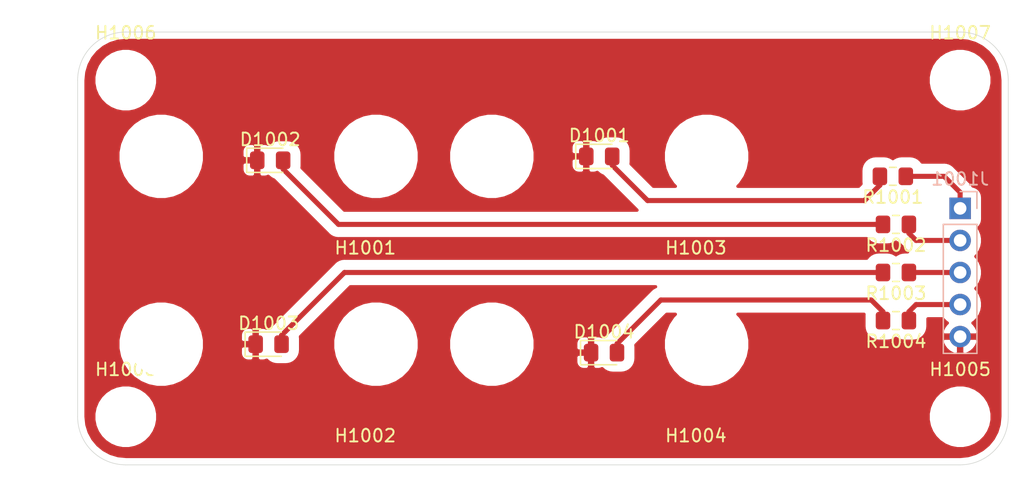
<source format=kicad_pcb>
(kicad_pcb (version 20171130) (host pcbnew 5.1.5+dfsg1-2build2)

  (general
    (thickness 1.6)
    (drawings 8)
    (tracks 27)
    (zones 0)
    (modules 17)
    (nets 10)
  )

  (page A4)
  (title_block
    (title "TOSLink Launcher Test Board")
    (date 2021-10-18)
    (rev 0.1)
    (company "Josh Myer <josh@joshisanerd.com>")
    (comment 1 "Released under a CC0 license")
  )

  (layers
    (0 F.Cu signal)
    (31 B.Cu signal hide)
    (32 B.Adhes user hide)
    (33 F.Adhes user hide)
    (34 B.Paste user hide)
    (35 F.Paste user)
    (36 B.SilkS user hide)
    (37 F.SilkS user)
    (38 B.Mask user hide)
    (39 F.Mask user)
    (40 Dwgs.User user hide)
    (41 Cmts.User user hide)
    (42 Eco1.User user hide)
    (43 Eco2.User user hide)
    (44 Edge.Cuts user)
    (45 Margin user hide)
    (46 B.CrtYd user hide)
    (47 F.CrtYd user hide)
    (48 B.Fab user hide)
    (49 F.Fab user hide)
  )

  (setup
    (last_trace_width 0.4)
    (trace_clearance 0.8)
    (zone_clearance 0.508)
    (zone_45_only no)
    (trace_min 0.2)
    (via_size 0.8)
    (via_drill 0.4)
    (via_min_size 0.4)
    (via_min_drill 0.3)
    (uvia_size 0.3)
    (uvia_drill 0.1)
    (uvias_allowed no)
    (uvia_min_size 0.2)
    (uvia_min_drill 0.1)
    (edge_width 0.05)
    (segment_width 0.2)
    (pcb_text_width 0.3)
    (pcb_text_size 1.5 1.5)
    (mod_edge_width 0.12)
    (mod_text_size 1 1)
    (mod_text_width 0.15)
    (pad_size 1.524 1.524)
    (pad_drill 0.762)
    (pad_to_mask_clearance 0.051)
    (solder_mask_min_width 0.25)
    (aux_axis_origin 0 0)
    (visible_elements FFFFFF7F)
    (pcbplotparams
      (layerselection 0x01000_7fffffff)
      (usegerberextensions false)
      (usegerberattributes false)
      (usegerberadvancedattributes false)
      (creategerberjobfile false)
      (excludeedgelayer true)
      (linewidth 0.100000)
      (plotframeref false)
      (viasonmask false)
      (mode 1)
      (useauxorigin false)
      (hpglpennumber 1)
      (hpglpenspeed 20)
      (hpglpendiameter 15.000000)
      (psnegative false)
      (psa4output false)
      (plotreference true)
      (plotvalue true)
      (plotinvisibletext false)
      (padsonsilk false)
      (subtractmaskfromsilk false)
      (outputformat 1)
      (mirror false)
      (drillshape 0)
      (scaleselection 1)
      (outputdirectory "fab0/"))
  )

  (net 0 "")
  (net 1 "Net-(D1001-Pad2)")
  (net 2 "Net-(D1002-Pad2)")
  (net 3 "Net-(D1003-Pad2)")
  (net 4 "Net-(D1004-Pad2)")
  (net 5 GND)
  (net 6 "Net-(J1001-Pad1)")
  (net 7 "Net-(J1001-Pad2)")
  (net 8 "Net-(J1001-Pad3)")
  (net 9 "Net-(J1001-Pad4)")

  (net_class Default "This is the default net class."
    (clearance 0.8)
    (trace_width 0.4)
    (via_dia 0.8)
    (via_drill 0.4)
    (uvia_dia 0.3)
    (uvia_drill 0.1)
    (add_net GND)
    (add_net "Net-(D1001-Pad2)")
    (add_net "Net-(D1002-Pad2)")
    (add_net "Net-(D1003-Pad2)")
    (add_net "Net-(D1004-Pad2)")
    (add_net "Net-(J1001-Pad1)")
    (add_net "Net-(J1001-Pad2)")
    (add_net "Net-(J1001-Pad3)")
    (add_net "Net-(J1001-Pad4)")
  )

  (module Connector_PinHeader_2.54mm:PinHeader_1x05_P2.54mm_Vertical (layer B.Cu) (tedit 59FED5CC) (tstamp 616E5563)
    (at 171.45 86.36 180)
    (descr "Through hole straight pin header, 1x05, 2.54mm pitch, single row")
    (tags "Through hole pin header THT 1x05 2.54mm single row")
    (path /616E3CE4)
    (fp_text reference J1001 (at 0 2.33) (layer B.SilkS)
      (effects (font (size 1 1) (thickness 0.15)) (justify mirror))
    )
    (fp_text value Conn_01x05 (at 0 -12.49) (layer B.Fab)
      (effects (font (size 1 1) (thickness 0.15)) (justify mirror))
    )
    (fp_text user %R (at 0 -5.08 270) (layer B.Fab)
      (effects (font (size 1 1) (thickness 0.15)) (justify mirror))
    )
    (fp_line (start 1.8 1.8) (end -1.8 1.8) (layer B.CrtYd) (width 0.05))
    (fp_line (start 1.8 -11.95) (end 1.8 1.8) (layer B.CrtYd) (width 0.05))
    (fp_line (start -1.8 -11.95) (end 1.8 -11.95) (layer B.CrtYd) (width 0.05))
    (fp_line (start -1.8 1.8) (end -1.8 -11.95) (layer B.CrtYd) (width 0.05))
    (fp_line (start -1.33 1.33) (end 0 1.33) (layer B.SilkS) (width 0.12))
    (fp_line (start -1.33 0) (end -1.33 1.33) (layer B.SilkS) (width 0.12))
    (fp_line (start -1.33 -1.27) (end 1.33 -1.27) (layer B.SilkS) (width 0.12))
    (fp_line (start 1.33 -1.27) (end 1.33 -11.49) (layer B.SilkS) (width 0.12))
    (fp_line (start -1.33 -1.27) (end -1.33 -11.49) (layer B.SilkS) (width 0.12))
    (fp_line (start -1.33 -11.49) (end 1.33 -11.49) (layer B.SilkS) (width 0.12))
    (fp_line (start -1.27 0.635) (end -0.635 1.27) (layer B.Fab) (width 0.1))
    (fp_line (start -1.27 -11.43) (end -1.27 0.635) (layer B.Fab) (width 0.1))
    (fp_line (start 1.27 -11.43) (end -1.27 -11.43) (layer B.Fab) (width 0.1))
    (fp_line (start 1.27 1.27) (end 1.27 -11.43) (layer B.Fab) (width 0.1))
    (fp_line (start -0.635 1.27) (end 1.27 1.27) (layer B.Fab) (width 0.1))
    (pad 5 thru_hole oval (at 0 -10.16 180) (size 1.7 1.7) (drill 1) (layers *.Cu *.Mask)
      (net 5 GND))
    (pad 4 thru_hole oval (at 0 -7.62 180) (size 1.7 1.7) (drill 1) (layers *.Cu *.Mask)
      (net 9 "Net-(J1001-Pad4)"))
    (pad 3 thru_hole oval (at 0 -5.08 180) (size 1.7 1.7) (drill 1) (layers *.Cu *.Mask)
      (net 8 "Net-(J1001-Pad3)"))
    (pad 2 thru_hole oval (at 0 -2.54 180) (size 1.7 1.7) (drill 1) (layers *.Cu *.Mask)
      (net 7 "Net-(J1001-Pad2)"))
    (pad 1 thru_hole rect (at 0 0 180) (size 1.7 1.7) (drill 1) (layers *.Cu *.Mask)
      (net 6 "Net-(J1001-Pad1)"))
    (model ${KISYS3DMOD}/Connector_PinHeader_2.54mm.3dshapes/PinHeader_1x05_P2.54mm_Vertical.wrl
      (at (xyz 0 0 0))
      (scale (xyz 1 1 1))
      (rotate (xyz 0 0 0))
    )
  )

  (module LED_SMD:LED_0805_2012Metric_Pad1.15x1.40mm_HandSolder (layer F.Cu) (tedit 5B4B45C9) (tstamp 616E52BA)
    (at 142.885001 82.240001)
    (descr "LED SMD 0805 (2012 Metric), square (rectangular) end terminal, IPC_7351 nominal, (Body size source: https://docs.google.com/spreadsheets/d/1BsfQQcO9C6DZCsRaXUlFlo91Tg2WpOkGARC1WS5S8t0/edit?usp=sharing), generated with kicad-footprint-generator")
    (tags "LED handsolder")
    (path /616DF30D)
    (attr smd)
    (fp_text reference D1001 (at 0 -1.65) (layer F.SilkS)
      (effects (font (size 1 1) (thickness 0.15)))
    )
    (fp_text value LED (at 0 1.65) (layer F.Fab)
      (effects (font (size 1 1) (thickness 0.15)))
    )
    (fp_text user %R (at 0 0) (layer F.Fab)
      (effects (font (size 0.5 0.5) (thickness 0.08)))
    )
    (fp_line (start 1.85 0.95) (end -1.85 0.95) (layer F.CrtYd) (width 0.05))
    (fp_line (start 1.85 -0.95) (end 1.85 0.95) (layer F.CrtYd) (width 0.05))
    (fp_line (start -1.85 -0.95) (end 1.85 -0.95) (layer F.CrtYd) (width 0.05))
    (fp_line (start -1.85 0.95) (end -1.85 -0.95) (layer F.CrtYd) (width 0.05))
    (fp_line (start -1.86 0.96) (end 1 0.96) (layer F.SilkS) (width 0.12))
    (fp_line (start -1.86 -0.96) (end -1.86 0.96) (layer F.SilkS) (width 0.12))
    (fp_line (start 1 -0.96) (end -1.86 -0.96) (layer F.SilkS) (width 0.12))
    (fp_line (start 1 0.6) (end 1 -0.6) (layer F.Fab) (width 0.1))
    (fp_line (start -1 0.6) (end 1 0.6) (layer F.Fab) (width 0.1))
    (fp_line (start -1 -0.3) (end -1 0.6) (layer F.Fab) (width 0.1))
    (fp_line (start -0.7 -0.6) (end -1 -0.3) (layer F.Fab) (width 0.1))
    (fp_line (start 1 -0.6) (end -0.7 -0.6) (layer F.Fab) (width 0.1))
    (pad 2 smd roundrect (at 1.025 0) (size 1.15 1.4) (layers F.Cu F.Paste F.Mask) (roundrect_rratio 0.217391)
      (net 1 "Net-(D1001-Pad2)"))
    (pad 1 smd roundrect (at -1.025 0) (size 1.15 1.4) (layers F.Cu F.Paste F.Mask) (roundrect_rratio 0.217391)
      (net 5 GND))
    (model ${KISYS3DMOD}/LED_SMD.3dshapes/LED_0805_2012Metric.wrl
      (at (xyz 0 0 0))
      (scale (xyz 1 1 1))
      (rotate (xyz 0 0 0))
    )
  )

  (module LED_SMD:LED_0805_2012Metric_Pad1.15x1.40mm_HandSolder (layer F.Cu) (tedit 5B4B45C9) (tstamp 616E543B)
    (at 116.84 82.55)
    (descr "LED SMD 0805 (2012 Metric), square (rectangular) end terminal, IPC_7351 nominal, (Body size source: https://docs.google.com/spreadsheets/d/1BsfQQcO9C6DZCsRaXUlFlo91Tg2WpOkGARC1WS5S8t0/edit?usp=sharing), generated with kicad-footprint-generator")
    (tags "LED handsolder")
    (path /616E02C0)
    (attr smd)
    (fp_text reference D1002 (at 0 -1.65) (layer F.SilkS)
      (effects (font (size 1 1) (thickness 0.15)))
    )
    (fp_text value LED (at 0 1.65) (layer F.Fab)
      (effects (font (size 1 1) (thickness 0.15)))
    )
    (fp_text user %R (at 0 0) (layer F.Fab)
      (effects (font (size 0.5 0.5) (thickness 0.08)))
    )
    (fp_line (start 1.85 0.95) (end -1.85 0.95) (layer F.CrtYd) (width 0.05))
    (fp_line (start 1.85 -0.95) (end 1.85 0.95) (layer F.CrtYd) (width 0.05))
    (fp_line (start -1.85 -0.95) (end 1.85 -0.95) (layer F.CrtYd) (width 0.05))
    (fp_line (start -1.85 0.95) (end -1.85 -0.95) (layer F.CrtYd) (width 0.05))
    (fp_line (start -1.86 0.96) (end 1 0.96) (layer F.SilkS) (width 0.12))
    (fp_line (start -1.86 -0.96) (end -1.86 0.96) (layer F.SilkS) (width 0.12))
    (fp_line (start 1 -0.96) (end -1.86 -0.96) (layer F.SilkS) (width 0.12))
    (fp_line (start 1 0.6) (end 1 -0.6) (layer F.Fab) (width 0.1))
    (fp_line (start -1 0.6) (end 1 0.6) (layer F.Fab) (width 0.1))
    (fp_line (start -1 -0.3) (end -1 0.6) (layer F.Fab) (width 0.1))
    (fp_line (start -0.7 -0.6) (end -1 -0.3) (layer F.Fab) (width 0.1))
    (fp_line (start 1 -0.6) (end -0.7 -0.6) (layer F.Fab) (width 0.1))
    (pad 2 smd roundrect (at 1.025 0) (size 1.15 1.4) (layers F.Cu F.Paste F.Mask) (roundrect_rratio 0.217391)
      (net 2 "Net-(D1002-Pad2)"))
    (pad 1 smd roundrect (at -1.025 0) (size 1.15 1.4) (layers F.Cu F.Paste F.Mask) (roundrect_rratio 0.217391)
      (net 5 GND))
    (model ${KISYS3DMOD}/LED_SMD.3dshapes/LED_0805_2012Metric.wrl
      (at (xyz 0 0 0))
      (scale (xyz 1 1 1))
      (rotate (xyz 0 0 0))
    )
  )

  (module LED_SMD:LED_0805_2012Metric_Pad1.15x1.40mm_HandSolder (layer F.Cu) (tedit 5B4B45C9) (tstamp 616E4EDF)
    (at 116.715001 97.120001)
    (descr "LED SMD 0805 (2012 Metric), square (rectangular) end terminal, IPC_7351 nominal, (Body size source: https://docs.google.com/spreadsheets/d/1BsfQQcO9C6DZCsRaXUlFlo91Tg2WpOkGARC1WS5S8t0/edit?usp=sharing), generated with kicad-footprint-generator")
    (tags "LED handsolder")
    (path /616E0E12)
    (attr smd)
    (fp_text reference D1003 (at 0 -1.65) (layer F.SilkS)
      (effects (font (size 1 1) (thickness 0.15)))
    )
    (fp_text value LED (at 0 1.65) (layer F.Fab)
      (effects (font (size 1 1) (thickness 0.15)))
    )
    (fp_text user %R (at 0 0) (layer F.Fab)
      (effects (font (size 0.5 0.5) (thickness 0.08)))
    )
    (fp_line (start 1.85 0.95) (end -1.85 0.95) (layer F.CrtYd) (width 0.05))
    (fp_line (start 1.85 -0.95) (end 1.85 0.95) (layer F.CrtYd) (width 0.05))
    (fp_line (start -1.85 -0.95) (end 1.85 -0.95) (layer F.CrtYd) (width 0.05))
    (fp_line (start -1.85 0.95) (end -1.85 -0.95) (layer F.CrtYd) (width 0.05))
    (fp_line (start -1.86 0.96) (end 1 0.96) (layer F.SilkS) (width 0.12))
    (fp_line (start -1.86 -0.96) (end -1.86 0.96) (layer F.SilkS) (width 0.12))
    (fp_line (start 1 -0.96) (end -1.86 -0.96) (layer F.SilkS) (width 0.12))
    (fp_line (start 1 0.6) (end 1 -0.6) (layer F.Fab) (width 0.1))
    (fp_line (start -1 0.6) (end 1 0.6) (layer F.Fab) (width 0.1))
    (fp_line (start -1 -0.3) (end -1 0.6) (layer F.Fab) (width 0.1))
    (fp_line (start -0.7 -0.6) (end -1 -0.3) (layer F.Fab) (width 0.1))
    (fp_line (start 1 -0.6) (end -0.7 -0.6) (layer F.Fab) (width 0.1))
    (pad 2 smd roundrect (at 1.025 0) (size 1.15 1.4) (layers F.Cu F.Paste F.Mask) (roundrect_rratio 0.217391)
      (net 3 "Net-(D1003-Pad2)"))
    (pad 1 smd roundrect (at -1.025 0) (size 1.15 1.4) (layers F.Cu F.Paste F.Mask) (roundrect_rratio 0.217391)
      (net 5 GND))
    (model ${KISYS3DMOD}/LED_SMD.3dshapes/LED_0805_2012Metric.wrl
      (at (xyz 0 0 0))
      (scale (xyz 1 1 1))
      (rotate (xyz 0 0 0))
    )
  )

  (module LED_SMD:LED_0805_2012Metric_Pad1.15x1.40mm_HandSolder (layer F.Cu) (tedit 5B4B45C9) (tstamp 616E5396)
    (at 143.265 97.79)
    (descr "LED SMD 0805 (2012 Metric), square (rectangular) end terminal, IPC_7351 nominal, (Body size source: https://docs.google.com/spreadsheets/d/1BsfQQcO9C6DZCsRaXUlFlo91Tg2WpOkGARC1WS5S8t0/edit?usp=sharing), generated with kicad-footprint-generator")
    (tags "LED handsolder")
    (path /616E1CE5)
    (attr smd)
    (fp_text reference D1004 (at 0 -1.65) (layer F.SilkS)
      (effects (font (size 1 1) (thickness 0.15)))
    )
    (fp_text value LED (at 0 1.65) (layer F.Fab)
      (effects (font (size 1 1) (thickness 0.15)))
    )
    (fp_text user %R (at 0 0) (layer F.Fab)
      (effects (font (size 0.5 0.5) (thickness 0.08)))
    )
    (fp_line (start 1.85 0.95) (end -1.85 0.95) (layer F.CrtYd) (width 0.05))
    (fp_line (start 1.85 -0.95) (end 1.85 0.95) (layer F.CrtYd) (width 0.05))
    (fp_line (start -1.85 -0.95) (end 1.85 -0.95) (layer F.CrtYd) (width 0.05))
    (fp_line (start -1.85 0.95) (end -1.85 -0.95) (layer F.CrtYd) (width 0.05))
    (fp_line (start -1.86 0.96) (end 1 0.96) (layer F.SilkS) (width 0.12))
    (fp_line (start -1.86 -0.96) (end -1.86 0.96) (layer F.SilkS) (width 0.12))
    (fp_line (start 1 -0.96) (end -1.86 -0.96) (layer F.SilkS) (width 0.12))
    (fp_line (start 1 0.6) (end 1 -0.6) (layer F.Fab) (width 0.1))
    (fp_line (start -1 0.6) (end 1 0.6) (layer F.Fab) (width 0.1))
    (fp_line (start -1 -0.3) (end -1 0.6) (layer F.Fab) (width 0.1))
    (fp_line (start -0.7 -0.6) (end -1 -0.3) (layer F.Fab) (width 0.1))
    (fp_line (start 1 -0.6) (end -0.7 -0.6) (layer F.Fab) (width 0.1))
    (pad 2 smd roundrect (at 1.025 0) (size 1.15 1.4) (layers F.Cu F.Paste F.Mask) (roundrect_rratio 0.217391)
      (net 4 "Net-(D1004-Pad2)"))
    (pad 1 smd roundrect (at -1.025 0) (size 1.15 1.4) (layers F.Cu F.Paste F.Mask) (roundrect_rratio 0.217391)
      (net 5 GND))
    (model ${KISYS3DMOD}/LED_SMD.3dshapes/LED_0805_2012Metric.wrl
      (at (xyz 0 0 0))
      (scale (xyz 1 1 1))
      (rotate (xyz 0 0 0))
    )
  )

  (module toslink_launcher:toslink_launcher (layer F.Cu) (tedit 616E2E97) (tstamp 616E4F07)
    (at 116.715001 82.240001)
    (descr "A small jack for TOSLINK cables that can be put over any SMD LED.  FreeCAD model available online.")
    (path /616E5869)
    (fp_text reference H1001 (at 7.65 7.25) (layer F.SilkS)
      (effects (font (size 1 1) (thickness 0.15)))
    )
    (fp_text value toslink_launcher (at -7.65 7.5) (layer F.Fab)
      (effects (font (size 1 1) (thickness 0.15)))
    )
    (fp_line (start 0.9 -2.45) (end 0.5 -1.6) (layer Cmts.User) (width 0.12))
    (fp_line (start 0.5 -2.6) (end 0.9 -2.45) (layer Cmts.User) (width 0.12))
    (fp_line (start 0.5 -1.6) (end 0.5 -2.6) (layer Cmts.User) (width 0.12))
    (fp_line (start 1.55 -7.25) (end 0.5 -1.6) (layer Cmts.User) (width 0.12))
    (fp_text user "LED center must be in this circle" (at 3.45 -8.5) (layer Cmts.User)
      (effects (font (size 1 1) (thickness 0.15)))
    )
    (fp_text user "This is the full range of the default launcher settings" (at -0.35 9.95) (layer Cmts.User)
      (effects (font (size 1 1) (thickness 0.15)))
    )
    (fp_line (start 9.3 -4) (end 0.6 -6.55) (layer Dwgs.User) (width 0.12))
    (fp_line (start 2.35 6.15) (end 10 3.75) (layer Dwgs.User) (width 0.12))
    (fp_line (start -9.7 3.75) (end -1.2 6.4) (layer Dwgs.User) (width 0.12))
    (fp_poly (pts (xy 8.2 -4) (xy 9.75 -3.9) (xy 11.65 -2.45) (xy 12.55 -0.2)
      (xy 11.75 2.5) (xy 9.9 3.75) (xy 3.7 5.3) (xy 2.25 6.1)
      (xy -0.15 6.5) (xy -1.7 6.3) (xy -8.7 4) (xy -9.7 3.9)
      (xy -11.3 2.85) (xy -12.4 0.95) (xy -12.35 -1.4) (xy -11.25 -2.95)
      (xy -9.55 -3.95) (xy -0.3 -6.5) (xy -0.25 -1.4) (xy -1 -1.3)
      (xy -1.85 -2.95) (xy -3.25 -1.3) (xy -3.25 1.65) (xy -1.15 3.3)
      (xy 1.55 3.2) (xy 2.9 1.6) (xy 2.95 -0.95) (xy 1.7 -2.95)
      (xy 0.25 -3.6) (xy 0.3 -6.55)) (layer F.CrtYd) (width 0.1))
    (fp_circle (center 0 0) (end 1 0) (layer Cmts.User) (width 0.15))
    (fp_line (start -9.15 -4) (end -1.75 -6.3) (layer Dwgs.User) (width 0.15))
    (fp_circle (center -8.5 0) (end -4.5 0) (layer Dwgs.User) (width 0.15))
    (fp_circle (center 8.5 0) (end 12.5 0) (layer Dwgs.User) (width 0.15))
    (fp_circle (center 0 0) (end 6.5 0) (layer Dwgs.User) (width 0.15))
    (pad "" np_thru_hole circle (at -8.5 0) (size 5 5) (drill 5) (layers *.Cu *.Mask))
    (pad "" np_thru_hole circle (at 8.5 0) (size 5 5) (drill 5) (layers *.Cu *.Mask))
    (model ${KIPRJMOD}/toslink_launcher.stp
      (at (xyz 0 0 0))
      (scale (xyz 1 1 1))
      (rotate (xyz 0 0 0))
    )
  )

  (module toslink_launcher:toslink_launcher (layer F.Cu) (tedit 616E2E97) (tstamp 616E4F1C)
    (at 116.715001 97.120001)
    (descr "A small jack for TOSLINK cables that can be put over any SMD LED.  FreeCAD model available online.")
    (path /616E5CA7)
    (fp_text reference H1002 (at 7.65 7.25) (layer F.SilkS)
      (effects (font (size 1 1) (thickness 0.15)))
    )
    (fp_text value toslink_launcher (at -7.65 7.5) (layer F.Fab)
      (effects (font (size 1 1) (thickness 0.15)))
    )
    (fp_line (start 0.9 -2.45) (end 0.5 -1.6) (layer Cmts.User) (width 0.12))
    (fp_line (start 0.5 -2.6) (end 0.9 -2.45) (layer Cmts.User) (width 0.12))
    (fp_line (start 0.5 -1.6) (end 0.5 -2.6) (layer Cmts.User) (width 0.12))
    (fp_line (start 1.55 -7.25) (end 0.5 -1.6) (layer Cmts.User) (width 0.12))
    (fp_text user "LED center must be in this circle" (at 3.45 -8.5) (layer Cmts.User)
      (effects (font (size 1 1) (thickness 0.15)))
    )
    (fp_text user "This is the full range of the default launcher settings" (at -0.35 9.95) (layer Cmts.User)
      (effects (font (size 1 1) (thickness 0.15)))
    )
    (fp_line (start 9.3 -4) (end 0.6 -6.55) (layer Dwgs.User) (width 0.12))
    (fp_line (start 2.35 6.15) (end 10 3.75) (layer Dwgs.User) (width 0.12))
    (fp_line (start -9.7 3.75) (end -1.2 6.4) (layer Dwgs.User) (width 0.12))
    (fp_poly (pts (xy 8.2 -4) (xy 9.75 -3.9) (xy 11.65 -2.45) (xy 12.55 -0.2)
      (xy 11.75 2.5) (xy 9.9 3.75) (xy 3.7 5.3) (xy 2.25 6.1)
      (xy -0.15 6.5) (xy -1.7 6.3) (xy -8.7 4) (xy -9.7 3.9)
      (xy -11.3 2.85) (xy -12.4 0.95) (xy -12.35 -1.4) (xy -11.25 -2.95)
      (xy -9.55 -3.95) (xy -0.3 -6.5) (xy -0.25 -1.4) (xy -1 -1.3)
      (xy -1.85 -2.95) (xy -3.25 -1.3) (xy -3.25 1.65) (xy -1.15 3.3)
      (xy 1.55 3.2) (xy 2.9 1.6) (xy 2.95 -0.95) (xy 1.7 -2.95)
      (xy 0.25 -3.6) (xy 0.3 -6.55)) (layer F.CrtYd) (width 0.1))
    (fp_circle (center 0 0) (end 1 0) (layer Cmts.User) (width 0.15))
    (fp_line (start -9.15 -4) (end -1.75 -6.3) (layer Dwgs.User) (width 0.15))
    (fp_circle (center -8.5 0) (end -4.5 0) (layer Dwgs.User) (width 0.15))
    (fp_circle (center 8.5 0) (end 12.5 0) (layer Dwgs.User) (width 0.15))
    (fp_circle (center 0 0) (end 6.5 0) (layer Dwgs.User) (width 0.15))
    (pad "" np_thru_hole circle (at -8.5 0) (size 5 5) (drill 5) (layers *.Cu *.Mask))
    (pad "" np_thru_hole circle (at 8.5 0) (size 5 5) (drill 5) (layers *.Cu *.Mask))
    (model ${KIPRJMOD}/toslink_launcher.stp
      (at (xyz 0 0 0))
      (scale (xyz 1 1 1))
      (rotate (xyz 0 0 0))
    )
  )

  (module toslink_launcher:toslink_launcher (layer F.Cu) (tedit 616E2E97) (tstamp 616E4F31)
    (at 142.885001 82.240001)
    (descr "A small jack for TOSLINK cables that can be put over any SMD LED.  FreeCAD model available online.")
    (path /616E606F)
    (fp_text reference H1003 (at 7.65 7.25) (layer F.SilkS)
      (effects (font (size 1 1) (thickness 0.15)))
    )
    (fp_text value toslink_launcher (at -7.65 7.5) (layer F.Fab)
      (effects (font (size 1 1) (thickness 0.15)))
    )
    (fp_line (start 0.9 -2.45) (end 0.5 -1.6) (layer Cmts.User) (width 0.12))
    (fp_line (start 0.5 -2.6) (end 0.9 -2.45) (layer Cmts.User) (width 0.12))
    (fp_line (start 0.5 -1.6) (end 0.5 -2.6) (layer Cmts.User) (width 0.12))
    (fp_line (start 1.55 -7.25) (end 0.5 -1.6) (layer Cmts.User) (width 0.12))
    (fp_text user "LED center must be in this circle" (at 3.45 -8.5) (layer Cmts.User)
      (effects (font (size 1 1) (thickness 0.15)))
    )
    (fp_text user "This is the full range of the default launcher settings" (at -0.35 9.95) (layer Cmts.User)
      (effects (font (size 1 1) (thickness 0.15)))
    )
    (fp_line (start 9.3 -4) (end 0.6 -6.55) (layer Dwgs.User) (width 0.12))
    (fp_line (start 2.35 6.15) (end 10 3.75) (layer Dwgs.User) (width 0.12))
    (fp_line (start -9.7 3.75) (end -1.2 6.4) (layer Dwgs.User) (width 0.12))
    (fp_poly (pts (xy 8.2 -4) (xy 9.75 -3.9) (xy 11.65 -2.45) (xy 12.55 -0.2)
      (xy 11.75 2.5) (xy 9.9 3.75) (xy 3.7 5.3) (xy 2.25 6.1)
      (xy -0.15 6.5) (xy -1.7 6.3) (xy -8.7 4) (xy -9.7 3.9)
      (xy -11.3 2.85) (xy -12.4 0.95) (xy -12.35 -1.4) (xy -11.25 -2.95)
      (xy -9.55 -3.95) (xy -0.3 -6.5) (xy -0.25 -1.4) (xy -1 -1.3)
      (xy -1.85 -2.95) (xy -3.25 -1.3) (xy -3.25 1.65) (xy -1.15 3.3)
      (xy 1.55 3.2) (xy 2.9 1.6) (xy 2.95 -0.95) (xy 1.7 -2.95)
      (xy 0.25 -3.6) (xy 0.3 -6.55)) (layer F.CrtYd) (width 0.1))
    (fp_circle (center 0 0) (end 1 0) (layer Cmts.User) (width 0.15))
    (fp_line (start -9.15 -4) (end -1.75 -6.3) (layer Dwgs.User) (width 0.15))
    (fp_circle (center -8.5 0) (end -4.5 0) (layer Dwgs.User) (width 0.15))
    (fp_circle (center 8.5 0) (end 12.5 0) (layer Dwgs.User) (width 0.15))
    (fp_circle (center 0 0) (end 6.5 0) (layer Dwgs.User) (width 0.15))
    (pad "" np_thru_hole circle (at -8.5 0) (size 5 5) (drill 5) (layers *.Cu *.Mask))
    (pad "" np_thru_hole circle (at 8.5 0) (size 5 5) (drill 5) (layers *.Cu *.Mask))
    (model ${KIPRJMOD}/toslink_launcher.stp
      (at (xyz 0 0 0))
      (scale (xyz 1 1 1))
      (rotate (xyz 0 0 0))
    )
  )

  (module toslink_launcher:toslink_launcher (layer F.Cu) (tedit 616E2E97) (tstamp 616E4F46)
    (at 142.885001 97.120001)
    (descr "A small jack for TOSLINK cables that can be put over any SMD LED.  FreeCAD model available online.")
    (path /616E62DB)
    (fp_text reference H1004 (at 7.65 7.25) (layer F.SilkS)
      (effects (font (size 1 1) (thickness 0.15)))
    )
    (fp_text value toslink_launcher (at -7.65 7.5) (layer F.Fab)
      (effects (font (size 1 1) (thickness 0.15)))
    )
    (fp_line (start 0.9 -2.45) (end 0.5 -1.6) (layer Cmts.User) (width 0.12))
    (fp_line (start 0.5 -2.6) (end 0.9 -2.45) (layer Cmts.User) (width 0.12))
    (fp_line (start 0.5 -1.6) (end 0.5 -2.6) (layer Cmts.User) (width 0.12))
    (fp_line (start 1.55 -7.25) (end 0.5 -1.6) (layer Cmts.User) (width 0.12))
    (fp_text user "LED center must be in this circle" (at 3.45 -8.5) (layer Cmts.User)
      (effects (font (size 1 1) (thickness 0.15)))
    )
    (fp_text user "This is the full range of the default launcher settings" (at -0.35 9.95) (layer Cmts.User)
      (effects (font (size 1 1) (thickness 0.15)))
    )
    (fp_line (start 9.3 -4) (end 0.6 -6.55) (layer Dwgs.User) (width 0.12))
    (fp_line (start 2.35 6.15) (end 10 3.75) (layer Dwgs.User) (width 0.12))
    (fp_line (start -9.7 3.75) (end -1.2 6.4) (layer Dwgs.User) (width 0.12))
    (fp_poly (pts (xy 8.2 -4) (xy 9.75 -3.9) (xy 11.65 -2.45) (xy 12.55 -0.2)
      (xy 11.75 2.5) (xy 9.9 3.75) (xy 3.7 5.3) (xy 2.25 6.1)
      (xy -0.15 6.5) (xy -1.7 6.3) (xy -8.7 4) (xy -9.7 3.9)
      (xy -11.3 2.85) (xy -12.4 0.95) (xy -12.35 -1.4) (xy -11.25 -2.95)
      (xy -9.55 -3.95) (xy -0.3 -6.5) (xy -0.25 -1.4) (xy -1 -1.3)
      (xy -1.85 -2.95) (xy -3.25 -1.3) (xy -3.25 1.65) (xy -1.15 3.3)
      (xy 1.55 3.2) (xy 2.9 1.6) (xy 2.95 -0.95) (xy 1.7 -2.95)
      (xy 0.25 -3.6) (xy 0.3 -6.55)) (layer F.CrtYd) (width 0.1))
    (fp_circle (center 0 0) (end 1 0) (layer Cmts.User) (width 0.15))
    (fp_line (start -9.15 -4) (end -1.75 -6.3) (layer Dwgs.User) (width 0.15))
    (fp_circle (center -8.5 0) (end -4.5 0) (layer Dwgs.User) (width 0.15))
    (fp_circle (center 8.5 0) (end 12.5 0) (layer Dwgs.User) (width 0.15))
    (fp_circle (center 0 0) (end 6.5 0) (layer Dwgs.User) (width 0.15))
    (pad "" np_thru_hole circle (at -8.5 0) (size 5 5) (drill 5) (layers *.Cu *.Mask))
    (pad "" np_thru_hole circle (at 8.5 0) (size 5 5) (drill 5) (layers *.Cu *.Mask))
    (model ${KIPRJMOD}/toslink_launcher.stp
      (at (xyz 0 0 0))
      (scale (xyz 1 1 1))
      (rotate (xyz 0 0 0))
    )
  )

  (module Resistor_SMD:R_0805_2012Metric_Pad1.15x1.40mm_HandSolder (layer F.Cu) (tedit 5B36C52B) (tstamp 616E4F6F)
    (at 166.125 83.82 180)
    (descr "Resistor SMD 0805 (2012 Metric), square (rectangular) end terminal, IPC_7351 nominal with elongated pad for handsoldering. (Body size source: https://docs.google.com/spreadsheets/d/1BsfQQcO9C6DZCsRaXUlFlo91Tg2WpOkGARC1WS5S8t0/edit?usp=sharing), generated with kicad-footprint-generator")
    (tags "resistor handsolder")
    (path /616DFA94)
    (attr smd)
    (fp_text reference R1001 (at 0 -1.65) (layer F.SilkS)
      (effects (font (size 1 1) (thickness 0.15)))
    )
    (fp_text value R_Small (at 0 1.65) (layer F.Fab)
      (effects (font (size 1 1) (thickness 0.15)))
    )
    (fp_text user %R (at 0 0) (layer F.Fab)
      (effects (font (size 0.5 0.5) (thickness 0.08)))
    )
    (fp_line (start 1.85 0.95) (end -1.85 0.95) (layer F.CrtYd) (width 0.05))
    (fp_line (start 1.85 -0.95) (end 1.85 0.95) (layer F.CrtYd) (width 0.05))
    (fp_line (start -1.85 -0.95) (end 1.85 -0.95) (layer F.CrtYd) (width 0.05))
    (fp_line (start -1.85 0.95) (end -1.85 -0.95) (layer F.CrtYd) (width 0.05))
    (fp_line (start -0.261252 0.71) (end 0.261252 0.71) (layer F.SilkS) (width 0.12))
    (fp_line (start -0.261252 -0.71) (end 0.261252 -0.71) (layer F.SilkS) (width 0.12))
    (fp_line (start 1 0.6) (end -1 0.6) (layer F.Fab) (width 0.1))
    (fp_line (start 1 -0.6) (end 1 0.6) (layer F.Fab) (width 0.1))
    (fp_line (start -1 -0.6) (end 1 -0.6) (layer F.Fab) (width 0.1))
    (fp_line (start -1 0.6) (end -1 -0.6) (layer F.Fab) (width 0.1))
    (pad 2 smd roundrect (at 1.025 0 180) (size 1.15 1.4) (layers F.Cu F.Paste F.Mask) (roundrect_rratio 0.217391)
      (net 1 "Net-(D1001-Pad2)"))
    (pad 1 smd roundrect (at -1.025 0 180) (size 1.15 1.4) (layers F.Cu F.Paste F.Mask) (roundrect_rratio 0.217391)
      (net 6 "Net-(J1001-Pad1)"))
    (model ${KISYS3DMOD}/Resistor_SMD.3dshapes/R_0805_2012Metric.wrl
      (at (xyz 0 0 0))
      (scale (xyz 1 1 1))
      (rotate (xyz 0 0 0))
    )
  )

  (module Resistor_SMD:R_0805_2012Metric_Pad1.15x1.40mm_HandSolder (layer F.Cu) (tedit 5B36C52B) (tstamp 616E4F80)
    (at 166.37 87.63 180)
    (descr "Resistor SMD 0805 (2012 Metric), square (rectangular) end terminal, IPC_7351 nominal with elongated pad for handsoldering. (Body size source: https://docs.google.com/spreadsheets/d/1BsfQQcO9C6DZCsRaXUlFlo91Tg2WpOkGARC1WS5S8t0/edit?usp=sharing), generated with kicad-footprint-generator")
    (tags "resistor handsolder")
    (path /616E02CA)
    (attr smd)
    (fp_text reference R1002 (at 0 -1.65) (layer F.SilkS)
      (effects (font (size 1 1) (thickness 0.15)))
    )
    (fp_text value R_Small (at 0 1.65) (layer F.Fab)
      (effects (font (size 1 1) (thickness 0.15)))
    )
    (fp_text user %R (at 0 0) (layer F.Fab)
      (effects (font (size 0.5 0.5) (thickness 0.08)))
    )
    (fp_line (start 1.85 0.95) (end -1.85 0.95) (layer F.CrtYd) (width 0.05))
    (fp_line (start 1.85 -0.95) (end 1.85 0.95) (layer F.CrtYd) (width 0.05))
    (fp_line (start -1.85 -0.95) (end 1.85 -0.95) (layer F.CrtYd) (width 0.05))
    (fp_line (start -1.85 0.95) (end -1.85 -0.95) (layer F.CrtYd) (width 0.05))
    (fp_line (start -0.261252 0.71) (end 0.261252 0.71) (layer F.SilkS) (width 0.12))
    (fp_line (start -0.261252 -0.71) (end 0.261252 -0.71) (layer F.SilkS) (width 0.12))
    (fp_line (start 1 0.6) (end -1 0.6) (layer F.Fab) (width 0.1))
    (fp_line (start 1 -0.6) (end 1 0.6) (layer F.Fab) (width 0.1))
    (fp_line (start -1 -0.6) (end 1 -0.6) (layer F.Fab) (width 0.1))
    (fp_line (start -1 0.6) (end -1 -0.6) (layer F.Fab) (width 0.1))
    (pad 2 smd roundrect (at 1.025 0 180) (size 1.15 1.4) (layers F.Cu F.Paste F.Mask) (roundrect_rratio 0.217391)
      (net 2 "Net-(D1002-Pad2)"))
    (pad 1 smd roundrect (at -1.025 0 180) (size 1.15 1.4) (layers F.Cu F.Paste F.Mask) (roundrect_rratio 0.217391)
      (net 7 "Net-(J1001-Pad2)"))
    (model ${KISYS3DMOD}/Resistor_SMD.3dshapes/R_0805_2012Metric.wrl
      (at (xyz 0 0 0))
      (scale (xyz 1 1 1))
      (rotate (xyz 0 0 0))
    )
  )

  (module Resistor_SMD:R_0805_2012Metric_Pad1.15x1.40mm_HandSolder (layer F.Cu) (tedit 5B36C52B) (tstamp 616E4F91)
    (at 166.37 91.44 180)
    (descr "Resistor SMD 0805 (2012 Metric), square (rectangular) end terminal, IPC_7351 nominal with elongated pad for handsoldering. (Body size source: https://docs.google.com/spreadsheets/d/1BsfQQcO9C6DZCsRaXUlFlo91Tg2WpOkGARC1WS5S8t0/edit?usp=sharing), generated with kicad-footprint-generator")
    (tags "resistor handsolder")
    (path /616E0E1C)
    (attr smd)
    (fp_text reference R1003 (at 0 -1.65) (layer F.SilkS)
      (effects (font (size 1 1) (thickness 0.15)))
    )
    (fp_text value R_Small (at 0 1.65) (layer F.Fab)
      (effects (font (size 1 1) (thickness 0.15)))
    )
    (fp_text user %R (at 0 0) (layer F.Fab)
      (effects (font (size 0.5 0.5) (thickness 0.08)))
    )
    (fp_line (start 1.85 0.95) (end -1.85 0.95) (layer F.CrtYd) (width 0.05))
    (fp_line (start 1.85 -0.95) (end 1.85 0.95) (layer F.CrtYd) (width 0.05))
    (fp_line (start -1.85 -0.95) (end 1.85 -0.95) (layer F.CrtYd) (width 0.05))
    (fp_line (start -1.85 0.95) (end -1.85 -0.95) (layer F.CrtYd) (width 0.05))
    (fp_line (start -0.261252 0.71) (end 0.261252 0.71) (layer F.SilkS) (width 0.12))
    (fp_line (start -0.261252 -0.71) (end 0.261252 -0.71) (layer F.SilkS) (width 0.12))
    (fp_line (start 1 0.6) (end -1 0.6) (layer F.Fab) (width 0.1))
    (fp_line (start 1 -0.6) (end 1 0.6) (layer F.Fab) (width 0.1))
    (fp_line (start -1 -0.6) (end 1 -0.6) (layer F.Fab) (width 0.1))
    (fp_line (start -1 0.6) (end -1 -0.6) (layer F.Fab) (width 0.1))
    (pad 2 smd roundrect (at 1.025 0 180) (size 1.15 1.4) (layers F.Cu F.Paste F.Mask) (roundrect_rratio 0.217391)
      (net 3 "Net-(D1003-Pad2)"))
    (pad 1 smd roundrect (at -1.025 0 180) (size 1.15 1.4) (layers F.Cu F.Paste F.Mask) (roundrect_rratio 0.217391)
      (net 8 "Net-(J1001-Pad3)"))
    (model ${KISYS3DMOD}/Resistor_SMD.3dshapes/R_0805_2012Metric.wrl
      (at (xyz 0 0 0))
      (scale (xyz 1 1 1))
      (rotate (xyz 0 0 0))
    )
  )

  (module Resistor_SMD:R_0805_2012Metric_Pad1.15x1.40mm_HandSolder (layer F.Cu) (tedit 5B36C52B) (tstamp 616E4FA2)
    (at 166.37 95.25 180)
    (descr "Resistor SMD 0805 (2012 Metric), square (rectangular) end terminal, IPC_7351 nominal with elongated pad for handsoldering. (Body size source: https://docs.google.com/spreadsheets/d/1BsfQQcO9C6DZCsRaXUlFlo91Tg2WpOkGARC1WS5S8t0/edit?usp=sharing), generated with kicad-footprint-generator")
    (tags "resistor handsolder")
    (path /616E1CEF)
    (attr smd)
    (fp_text reference R1004 (at 0 -1.65) (layer F.SilkS)
      (effects (font (size 1 1) (thickness 0.15)))
    )
    (fp_text value R_Small (at 0 1.65) (layer F.Fab)
      (effects (font (size 1 1) (thickness 0.15)))
    )
    (fp_text user %R (at 0 0) (layer F.Fab)
      (effects (font (size 0.5 0.5) (thickness 0.08)))
    )
    (fp_line (start 1.85 0.95) (end -1.85 0.95) (layer F.CrtYd) (width 0.05))
    (fp_line (start 1.85 -0.95) (end 1.85 0.95) (layer F.CrtYd) (width 0.05))
    (fp_line (start -1.85 -0.95) (end 1.85 -0.95) (layer F.CrtYd) (width 0.05))
    (fp_line (start -1.85 0.95) (end -1.85 -0.95) (layer F.CrtYd) (width 0.05))
    (fp_line (start -0.261252 0.71) (end 0.261252 0.71) (layer F.SilkS) (width 0.12))
    (fp_line (start -0.261252 -0.71) (end 0.261252 -0.71) (layer F.SilkS) (width 0.12))
    (fp_line (start 1 0.6) (end -1 0.6) (layer F.Fab) (width 0.1))
    (fp_line (start 1 -0.6) (end 1 0.6) (layer F.Fab) (width 0.1))
    (fp_line (start -1 -0.6) (end 1 -0.6) (layer F.Fab) (width 0.1))
    (fp_line (start -1 0.6) (end -1 -0.6) (layer F.Fab) (width 0.1))
    (pad 2 smd roundrect (at 1.025 0 180) (size 1.15 1.4) (layers F.Cu F.Paste F.Mask) (roundrect_rratio 0.217391)
      (net 4 "Net-(D1004-Pad2)"))
    (pad 1 smd roundrect (at -1.025 0 180) (size 1.15 1.4) (layers F.Cu F.Paste F.Mask) (roundrect_rratio 0.217391)
      (net 9 "Net-(J1001-Pad4)"))
    (model ${KISYS3DMOD}/Resistor_SMD.3dshapes/R_0805_2012Metric.wrl
      (at (xyz 0 0 0))
      (scale (xyz 1 1 1))
      (rotate (xyz 0 0 0))
    )
  )

  (module MountingHole:MountingHole_3.2mm_M3_ISO14580 (layer F.Cu) (tedit 56D1B4CB) (tstamp 616E5BA7)
    (at 171.45 102.87)
    (descr "Mounting Hole 3.2mm, no annular, M3, ISO14580")
    (tags "mounting hole 3.2mm no annular m3 iso14580")
    (path /616FFD0A)
    (attr virtual)
    (fp_text reference H1005 (at 0 -3.75) (layer F.SilkS)
      (effects (font (size 1 1) (thickness 0.15)))
    )
    (fp_text value MountingHole (at 0 3.75) (layer F.Fab)
      (effects (font (size 1 1) (thickness 0.15)))
    )
    (fp_circle (center 0 0) (end 3 0) (layer F.CrtYd) (width 0.05))
    (fp_circle (center 0 0) (end 2.75 0) (layer Cmts.User) (width 0.15))
    (fp_text user %R (at 0.3 0) (layer F.Fab)
      (effects (font (size 1 1) (thickness 0.15)))
    )
    (pad 1 np_thru_hole circle (at 0 0) (size 3.2 3.2) (drill 3.2) (layers *.Cu *.Mask))
  )

  (module MountingHole:MountingHole_3.2mm_M3_ISO14580 (layer F.Cu) (tedit 56D1B4CB) (tstamp 616E5BEB)
    (at 105.41 76.2)
    (descr "Mounting Hole 3.2mm, no annular, M3, ISO14580")
    (tags "mounting hole 3.2mm no annular m3 iso14580")
    (path /616FEFD8)
    (attr virtual)
    (fp_text reference H1006 (at 0 -3.75) (layer F.SilkS)
      (effects (font (size 1 1) (thickness 0.15)))
    )
    (fp_text value MountingHole (at 0 3.75) (layer F.Fab)
      (effects (font (size 1 1) (thickness 0.15)))
    )
    (fp_circle (center 0 0) (end 3 0) (layer F.CrtYd) (width 0.05))
    (fp_circle (center 0 0) (end 2.75 0) (layer Cmts.User) (width 0.15))
    (fp_text user %R (at 0.3 0) (layer F.Fab)
      (effects (font (size 1 1) (thickness 0.15)))
    )
    (pad 1 np_thru_hole circle (at 0 0) (size 3.2 3.2) (drill 3.2) (layers *.Cu *.Mask))
  )

  (module MountingHole:MountingHole_3.2mm_M3_ISO14580 (layer F.Cu) (tedit 56D1B4CB) (tstamp 616E5BB7)
    (at 171.45 76.2)
    (descr "Mounting Hole 3.2mm, no annular, M3, ISO14580")
    (tags "mounting hole 3.2mm no annular m3 iso14580")
    (path /616FFA6D)
    (attr virtual)
    (fp_text reference H1007 (at 0 -3.75) (layer F.SilkS)
      (effects (font (size 1 1) (thickness 0.15)))
    )
    (fp_text value MountingHole (at 0 3.75) (layer F.Fab)
      (effects (font (size 1 1) (thickness 0.15)))
    )
    (fp_circle (center 0 0) (end 3 0) (layer F.CrtYd) (width 0.05))
    (fp_circle (center 0 0) (end 2.75 0) (layer Cmts.User) (width 0.15))
    (fp_text user %R (at 0.3 0) (layer F.Fab)
      (effects (font (size 1 1) (thickness 0.15)))
    )
    (pad 1 np_thru_hole circle (at 0 0) (size 3.2 3.2) (drill 3.2) (layers *.Cu *.Mask))
  )

  (module MountingHole:MountingHole_3.2mm_M3_ISO14580 (layer F.Cu) (tedit 56D1B4CB) (tstamp 616E5C20)
    (at 105.41 102.87)
    (descr "Mounting Hole 3.2mm, no annular, M3, ISO14580")
    (tags "mounting hole 3.2mm no annular m3 iso14580")
    (path /616FFF32)
    (attr virtual)
    (fp_text reference H1008 (at 0 -3.75) (layer F.SilkS)
      (effects (font (size 1 1) (thickness 0.15)))
    )
    (fp_text value MountingHole (at 0 3.75) (layer F.Fab)
      (effects (font (size 1 1) (thickness 0.15)))
    )
    (fp_circle (center 0 0) (end 3 0) (layer F.CrtYd) (width 0.05))
    (fp_circle (center 0 0) (end 2.75 0) (layer Cmts.User) (width 0.15))
    (fp_text user %R (at 0.3 0) (layer F.Fab)
      (effects (font (size 1 1) (thickness 0.15)))
    )
    (pad 1 np_thru_hole circle (at 0 0) (size 3.2 3.2) (drill 3.2) (layers *.Cu *.Mask))
  )

  (gr_line (start 175.26 102.87) (end 175.26 76.2) (layer Edge.Cuts) (width 0.05) (tstamp 616E61B3))
  (gr_line (start 105.41 106.68) (end 171.45 106.68) (layer Edge.Cuts) (width 0.05) (tstamp 616E61B2))
  (gr_line (start 101.6 76.2) (end 101.6 102.87) (layer Edge.Cuts) (width 0.05) (tstamp 616E61B1))
  (gr_line (start 171.45 72.39) (end 105.41 72.39) (layer Edge.Cuts) (width 0.05) (tstamp 616E61B0))
  (gr_arc (start 171.45 76.2) (end 175.26 76.2) (angle -90) (layer Edge.Cuts) (width 0.05))
  (gr_arc (start 171.45 102.87) (end 171.45 106.68) (angle -90) (layer Edge.Cuts) (width 0.05))
  (gr_arc (start 105.41 102.87) (end 101.6 102.87) (angle -90) (layer Edge.Cuts) (width 0.05))
  (gr_arc (start 105.41 76.2) (end 105.41 72.39) (angle -90) (layer Edge.Cuts) (width 0.05))

  (segment (start 146.710002 85.740002) (end 143.910001 82.940001) (width 0.4) (layer F.Cu) (net 1))
  (segment (start 163.879998 85.740002) (end 146.710002 85.740002) (width 0.4) (layer F.Cu) (net 1))
  (segment (start 143.910001 82.940001) (end 143.910001 82.240001) (width 0.4) (layer F.Cu) (net 1))
  (segment (start 165.1 84.52) (end 163.879998 85.740002) (width 0.4) (layer F.Cu) (net 1))
  (segment (start 165.1 83.82) (end 165.1 84.52) (width 0.4) (layer F.Cu) (net 1))
  (segment (start 164.77 87.63) (end 165.345 87.63) (width 0.4) (layer F.Cu) (net 2))
  (segment (start 122.245 87.63) (end 164.77 87.63) (width 0.4) (layer F.Cu) (net 2))
  (segment (start 117.865 83.25) (end 122.245 87.63) (width 0.4) (layer F.Cu) (net 2))
  (segment (start 117.865 82.55) (end 117.865 83.25) (width 0.4) (layer F.Cu) (net 2))
  (segment (start 117.740001 96.420001) (end 117.740001 97.120001) (width 0.4) (layer F.Cu) (net 3))
  (segment (start 122.720002 91.44) (end 117.740001 96.420001) (width 0.4) (layer F.Cu) (net 3))
  (segment (start 165.345 91.44) (end 122.720002 91.44) (width 0.4) (layer F.Cu) (net 3))
  (segment (start 144.29 97.09) (end 144.29 97.79) (width 0.4) (layer F.Cu) (net 4))
  (segment (start 147.76 93.62) (end 144.29 97.09) (width 0.4) (layer F.Cu) (net 4))
  (segment (start 164.415 93.62) (end 147.76 93.62) (width 0.4) (layer F.Cu) (net 4))
  (segment (start 165.345 94.55) (end 164.415 93.62) (width 0.4) (layer F.Cu) (net 4))
  (segment (start 165.345 95.25) (end 165.345 94.55) (width 0.4) (layer F.Cu) (net 4))
  (segment (start 171.45 86.36) (end 171.45 85.09) (width 0.4) (layer F.Cu) (net 6))
  (segment (start 170.18 83.82) (end 167.15 83.82) (width 0.4) (layer F.Cu) (net 6))
  (segment (start 171.45 85.09) (end 170.18 83.82) (width 0.4) (layer F.Cu) (net 6))
  (segment (start 167.395 88.33) (end 167.395 87.63) (width 0.4) (layer F.Cu) (net 7))
  (segment (start 167.965 88.9) (end 167.395 88.33) (width 0.4) (layer F.Cu) (net 7))
  (segment (start 171.45 88.9) (end 167.965 88.9) (width 0.4) (layer F.Cu) (net 7))
  (segment (start 171.45 91.44) (end 167.395 91.44) (width 0.4) (layer F.Cu) (net 8))
  (segment (start 167.395 94.55) (end 167.395 95.25) (width 0.4) (layer F.Cu) (net 9))
  (segment (start 167.965 93.98) (end 167.395 94.55) (width 0.4) (layer F.Cu) (net 9))
  (segment (start 171.45 93.98) (end 167.965 93.98) (width 0.4) (layer F.Cu) (net 9))

  (zone (net 5) (net_name GND) (layer F.Cu) (tstamp 616E6207) (hatch edge 0.508)
    (connect_pads (clearance 0.508))
    (min_thickness 0.254)
    (fill yes (arc_segments 32) (thermal_gap 0.508) (thermal_bridge_width 0.508))
    (polygon
      (pts
        (xy 176.53 107.95) (xy 100.33 109.22) (xy 100.33 69.85) (xy 176.53 69.85)
      )
    )
    (filled_polygon
      (pts
        (xy 172.061222 73.113096) (xy 172.649164 73.290606) (xy 173.191436 73.578937) (xy 173.667364 73.967094) (xy 174.058845 74.440314)
        (xy 174.350951 74.980552) (xy 174.532563 75.567244) (xy 174.600001 76.208888) (xy 174.6 102.837721) (xy 174.536904 103.481221)
        (xy 174.359394 104.069164) (xy 174.071063 104.611436) (xy 173.682906 105.087364) (xy 173.209686 105.478845) (xy 172.669449 105.77095)
        (xy 172.082756 105.952563) (xy 171.44113 106.02) (xy 105.442279 106.02) (xy 104.798779 105.956904) (xy 104.210836 105.779394)
        (xy 103.668564 105.491063) (xy 103.192636 105.102906) (xy 102.801155 104.629686) (xy 102.50905 104.089449) (xy 102.327437 103.502756)
        (xy 102.26 102.86113) (xy 102.26 102.621112) (xy 102.883 102.621112) (xy 102.883 103.118888) (xy 102.980111 103.607099)
        (xy 103.170602 104.066983) (xy 103.447151 104.480869) (xy 103.799131 104.832849) (xy 104.213017 105.109398) (xy 104.672901 105.299889)
        (xy 105.161112 105.397) (xy 105.658888 105.397) (xy 106.147099 105.299889) (xy 106.606983 105.109398) (xy 107.020869 104.832849)
        (xy 107.372849 104.480869) (xy 107.649398 104.066983) (xy 107.839889 103.607099) (xy 107.937 103.118888) (xy 107.937 102.621112)
        (xy 168.923 102.621112) (xy 168.923 103.118888) (xy 169.020111 103.607099) (xy 169.210602 104.066983) (xy 169.487151 104.480869)
        (xy 169.839131 104.832849) (xy 170.253017 105.109398) (xy 170.712901 105.299889) (xy 171.201112 105.397) (xy 171.698888 105.397)
        (xy 172.187099 105.299889) (xy 172.646983 105.109398) (xy 173.060869 104.832849) (xy 173.412849 104.480869) (xy 173.689398 104.066983)
        (xy 173.879889 103.607099) (xy 173.977 103.118888) (xy 173.977 102.621112) (xy 173.879889 102.132901) (xy 173.689398 101.673017)
        (xy 173.412849 101.259131) (xy 173.060869 100.907151) (xy 172.646983 100.630602) (xy 172.187099 100.440111) (xy 171.698888 100.343)
        (xy 171.201112 100.343) (xy 170.712901 100.440111) (xy 170.253017 100.630602) (xy 169.839131 100.907151) (xy 169.487151 101.259131)
        (xy 169.210602 101.673017) (xy 169.020111 102.132901) (xy 168.923 102.621112) (xy 107.937 102.621112) (xy 107.839889 102.132901)
        (xy 107.649398 101.673017) (xy 107.372849 101.259131) (xy 107.020869 100.907151) (xy 106.606983 100.630602) (xy 106.147099 100.440111)
        (xy 105.658888 100.343) (xy 105.161112 100.343) (xy 104.672901 100.440111) (xy 104.213017 100.630602) (xy 103.799131 100.907151)
        (xy 103.447151 101.259131) (xy 103.170602 101.673017) (xy 102.980111 102.132901) (xy 102.883 102.621112) (xy 102.26 102.621112)
        (xy 102.26 96.782471) (xy 104.788001 96.782471) (xy 104.788001 97.457531) (xy 104.919698 98.11962) (xy 105.178033 98.743294)
        (xy 105.553076 99.304586) (xy 106.030416 99.781926) (xy 106.591708 100.156969) (xy 107.215382 100.415304) (xy 107.877471 100.547001)
        (xy 108.552531 100.547001) (xy 109.21462 100.415304) (xy 109.838294 100.156969) (xy 110.399586 99.781926) (xy 110.876926 99.304586)
        (xy 111.251969 98.743294) (xy 111.510304 98.11962) (xy 111.569901 97.820001) (xy 114.476929 97.820001) (xy 114.489189 97.944483)
        (xy 114.525499 98.064181) (xy 114.584464 98.174495) (xy 114.663816 98.271186) (xy 114.760507 98.350538) (xy 114.870821 98.409503)
        (xy 114.990519 98.445813) (xy 115.115001 98.458073) (xy 115.404251 98.455001) (xy 115.563001 98.296251) (xy 115.563001 97.247001)
        (xy 114.638751 97.247001) (xy 114.480001 97.405751) (xy 114.476929 97.820001) (xy 111.569901 97.820001) (xy 111.642001 97.457531)
        (xy 111.642001 96.782471) (xy 111.569902 96.420001) (xy 114.476929 96.420001) (xy 114.480001 96.834251) (xy 114.638751 96.993001)
        (xy 115.563001 96.993001) (xy 115.563001 95.943751) (xy 115.817001 95.943751) (xy 115.817001 96.993001) (xy 115.837001 96.993001)
        (xy 115.837001 97.247001) (xy 115.817001 97.247001) (xy 115.817001 98.296251) (xy 115.975751 98.455001) (xy 116.265001 98.458073)
        (xy 116.389483 98.445813) (xy 116.509181 98.409503) (xy 116.560423 98.382113) (xy 116.579565 98.405437) (xy 116.758603 98.55237)
        (xy 116.962866 98.661551) (xy 117.184504 98.728784) (xy 117.415 98.751486) (xy 118.065002 98.751486) (xy 118.295498 98.728784)
        (xy 118.517136 98.661551) (xy 118.721399 98.55237) (xy 118.900437 98.405437) (xy 119.04737 98.226399) (xy 119.156551 98.022136)
        (xy 119.223784 97.800498) (xy 119.246486 97.570002) (xy 119.246486 96.782471) (xy 121.788001 96.782471) (xy 121.788001 97.457531)
        (xy 121.919698 98.11962) (xy 122.178033 98.743294) (xy 122.553076 99.304586) (xy 123.030416 99.781926) (xy 123.591708 100.156969)
        (xy 124.215382 100.415304) (xy 124.877471 100.547001) (xy 125.552531 100.547001) (xy 126.21462 100.415304) (xy 126.838294 100.156969)
        (xy 127.399586 99.781926) (xy 127.876926 99.304586) (xy 128.251969 98.743294) (xy 128.510304 98.11962) (xy 128.642001 97.457531)
        (xy 128.642001 96.782471) (xy 130.958001 96.782471) (xy 130.958001 97.457531) (xy 131.089698 98.11962) (xy 131.348033 98.743294)
        (xy 131.723076 99.304586) (xy 132.200416 99.781926) (xy 132.761708 100.156969) (xy 133.385382 100.415304) (xy 134.047471 100.547001)
        (xy 134.722531 100.547001) (xy 135.38462 100.415304) (xy 136.008294 100.156969) (xy 136.569586 99.781926) (xy 137.046926 99.304586)
        (xy 137.421969 98.743294) (xy 137.526887 98.49) (xy 141.026928 98.49) (xy 141.039188 98.614482) (xy 141.075498 98.73418)
        (xy 141.134463 98.844494) (xy 141.213815 98.941185) (xy 141.310506 99.020537) (xy 141.42082 99.079502) (xy 141.540518 99.115812)
        (xy 141.665 99.128072) (xy 141.95425 99.125) (xy 142.113 98.96625) (xy 142.113 97.917) (xy 141.18875 97.917)
        (xy 141.03 98.07575) (xy 141.026928 98.49) (xy 137.526887 98.49) (xy 137.680304 98.11962) (xy 137.812001 97.457531)
        (xy 137.812001 97.09) (xy 141.026928 97.09) (xy 141.03 97.50425) (xy 141.18875 97.663) (xy 142.113 97.663)
        (xy 142.113 96.61375) (xy 141.95425 96.455) (xy 141.665 96.451928) (xy 141.540518 96.464188) (xy 141.42082 96.500498)
        (xy 141.310506 96.559463) (xy 141.213815 96.638815) (xy 141.134463 96.735506) (xy 141.075498 96.84582) (xy 141.039188 96.965518)
        (xy 141.026928 97.09) (xy 137.812001 97.09) (xy 137.812001 96.782471) (xy 137.680304 96.120382) (xy 137.421969 95.496708)
        (xy 137.046926 94.935416) (xy 136.569586 94.458076) (xy 136.008294 94.083033) (xy 135.38462 93.824698) (xy 134.722531 93.693001)
        (xy 134.047471 93.693001) (xy 133.385382 93.824698) (xy 132.761708 94.083033) (xy 132.200416 94.458076) (xy 131.723076 94.935416)
        (xy 131.348033 95.496708) (xy 131.089698 96.120382) (xy 130.958001 96.782471) (xy 128.642001 96.782471) (xy 128.510304 96.120382)
        (xy 128.251969 95.496708) (xy 127.876926 94.935416) (xy 127.399586 94.458076) (xy 126.838294 94.083033) (xy 126.21462 93.824698)
        (xy 125.552531 93.693001) (xy 124.877471 93.693001) (xy 124.215382 93.824698) (xy 123.591708 94.083033) (xy 123.030416 94.458076)
        (xy 122.553076 94.935416) (xy 122.178033 95.496708) (xy 121.919698 96.120382) (xy 121.788001 96.782471) (xy 119.246486 96.782471)
        (xy 119.246486 96.67) (xy 119.231901 96.521919) (xy 123.186821 92.567) (xy 147.348881 92.567) (xy 147.326629 92.57375)
        (xy 147.130843 92.6784) (xy 147.002239 92.783942) (xy 147.002236 92.783945) (xy 146.959235 92.819235) (xy 146.923945 92.862236)
        (xy 143.54856 96.237622) (xy 143.512865 96.24845) (xy 143.308602 96.357631) (xy 143.129564 96.504564) (xy 143.110422 96.527888)
        (xy 143.05918 96.500498) (xy 142.939482 96.464188) (xy 142.815 96.451928) (xy 142.52575 96.455) (xy 142.367 96.61375)
        (xy 142.367 97.663) (xy 142.387 97.663) (xy 142.387 97.917) (xy 142.367 97.917) (xy 142.367 98.96625)
        (xy 142.52575 99.125) (xy 142.815 99.128072) (xy 142.939482 99.115812) (xy 143.05918 99.079502) (xy 143.110422 99.052112)
        (xy 143.129564 99.075436) (xy 143.308602 99.222369) (xy 143.512865 99.33155) (xy 143.734503 99.398783) (xy 143.964999 99.421485)
        (xy 144.615001 99.421485) (xy 144.845497 99.398783) (xy 145.067135 99.33155) (xy 145.271398 99.222369) (xy 145.450436 99.075436)
        (xy 145.597369 98.896398) (xy 145.70655 98.692135) (xy 145.773783 98.470497) (xy 145.796485 98.240001) (xy 145.796485 97.339999)
        (xy 145.7819 97.191918) (xy 148.226819 94.747) (xy 148.911492 94.747) (xy 148.723076 94.935416) (xy 148.348033 95.496708)
        (xy 148.089698 96.120382) (xy 147.958001 96.782471) (xy 147.958001 97.457531) (xy 148.089698 98.11962) (xy 148.348033 98.743294)
        (xy 148.723076 99.304586) (xy 149.200416 99.781926) (xy 149.761708 100.156969) (xy 150.385382 100.415304) (xy 151.047471 100.547001)
        (xy 151.722531 100.547001) (xy 152.38462 100.415304) (xy 153.008294 100.156969) (xy 153.569586 99.781926) (xy 154.046926 99.304586)
        (xy 154.421969 98.743294) (xy 154.680304 98.11962) (xy 154.812001 97.457531) (xy 154.812001 96.782471) (xy 154.680304 96.120382)
        (xy 154.421969 95.496708) (xy 154.046926 94.935416) (xy 153.85851 94.747) (xy 163.843735 94.747) (xy 163.838515 94.799999)
        (xy 163.838515 95.700001) (xy 163.861217 95.930497) (xy 163.92845 96.152135) (xy 164.037631 96.356398) (xy 164.184564 96.535436)
        (xy 164.363602 96.682369) (xy 164.567865 96.79155) (xy 164.789503 96.858783) (xy 165.019999 96.881485) (xy 165.670001 96.881485)
        (xy 165.900497 96.858783) (xy 166.122135 96.79155) (xy 166.326398 96.682369) (xy 166.37 96.646586) (xy 166.413602 96.682369)
        (xy 166.617865 96.79155) (xy 166.839503 96.858783) (xy 167.069999 96.881485) (xy 167.720001 96.881485) (xy 167.766654 96.87689)
        (xy 170.008524 96.87689) (xy 170.053175 97.024099) (xy 170.178359 97.28692) (xy 170.352412 97.520269) (xy 170.568645 97.715178)
        (xy 170.818748 97.864157) (xy 171.093109 97.961481) (xy 171.323 97.840814) (xy 171.323 96.647) (xy 171.577 96.647)
        (xy 171.577 97.840814) (xy 171.806891 97.961481) (xy 172.081252 97.864157) (xy 172.331355 97.715178) (xy 172.547588 97.520269)
        (xy 172.721641 97.28692) (xy 172.846825 97.024099) (xy 172.891476 96.87689) (xy 172.770155 96.647) (xy 171.577 96.647)
        (xy 171.323 96.647) (xy 170.129845 96.647) (xy 170.008524 96.87689) (xy 167.766654 96.87689) (xy 167.950497 96.858783)
        (xy 168.172135 96.79155) (xy 168.376398 96.682369) (xy 168.555436 96.535436) (xy 168.702369 96.356398) (xy 168.81155 96.152135)
        (xy 168.878783 95.930497) (xy 168.901485 95.700001) (xy 168.901485 95.107) (xy 170.065858 95.107) (xy 170.069714 95.112771)
        (xy 170.317229 95.360286) (xy 170.43902 95.441664) (xy 170.352412 95.519731) (xy 170.178359 95.75308) (xy 170.053175 96.015901)
        (xy 170.008524 96.16311) (xy 170.129845 96.393) (xy 171.323 96.393) (xy 171.323 96.373) (xy 171.577 96.373)
        (xy 171.577 96.393) (xy 172.770155 96.393) (xy 172.891476 96.16311) (xy 172.846825 96.015901) (xy 172.721641 95.75308)
        (xy 172.547588 95.519731) (xy 172.46098 95.441664) (xy 172.582771 95.360286) (xy 172.830286 95.112771) (xy 173.024757 94.821725)
        (xy 173.158711 94.498332) (xy 173.227 94.155019) (xy 173.227 93.804981) (xy 173.158711 93.461668) (xy 173.024757 93.138275)
        (xy 172.830286 92.847229) (xy 172.693057 92.71) (xy 172.830286 92.572771) (xy 173.024757 92.281725) (xy 173.158711 91.958332)
        (xy 173.227 91.615019) (xy 173.227 91.264981) (xy 173.158711 90.921668) (xy 173.024757 90.598275) (xy 172.830286 90.307229)
        (xy 172.693057 90.17) (xy 172.830286 90.032771) (xy 173.024757 89.741725) (xy 173.158711 89.418332) (xy 173.227 89.075019)
        (xy 173.227 88.724981) (xy 173.158711 88.381668) (xy 173.024757 88.058275) (xy 172.919521 87.900779) (xy 172.958659 87.868659)
        (xy 173.074501 87.727505) (xy 173.16058 87.566464) (xy 173.213587 87.391724) (xy 173.231485 87.21) (xy 173.231485 85.51)
        (xy 173.213587 85.328276) (xy 173.16058 85.153536) (xy 173.074501 84.992495) (xy 172.958659 84.851341) (xy 172.817505 84.735499)
        (xy 172.656464 84.64942) (xy 172.481724 84.596413) (xy 172.463082 84.594577) (xy 172.3916 84.460843) (xy 172.309409 84.360693)
        (xy 172.286058 84.332239) (xy 172.286055 84.332236) (xy 172.250765 84.289235) (xy 172.207764 84.253945) (xy 171.016059 83.062241)
        (xy 170.980765 83.019235) (xy 170.809157 82.8784) (xy 170.613371 82.77375) (xy 170.400931 82.709307) (xy 170.235365 82.693)
        (xy 170.235354 82.693) (xy 170.18 82.687548) (xy 170.124646 82.693) (xy 168.440461 82.693) (xy 168.310436 82.534564)
        (xy 168.131398 82.387631) (xy 167.927135 82.27845) (xy 167.705497 82.211217) (xy 167.475001 82.188515) (xy 166.824999 82.188515)
        (xy 166.594503 82.211217) (xy 166.372865 82.27845) (xy 166.168602 82.387631) (xy 166.125 82.423414) (xy 166.081398 82.387631)
        (xy 165.877135 82.27845) (xy 165.655497 82.211217) (xy 165.425001 82.188515) (xy 164.774999 82.188515) (xy 164.544503 82.211217)
        (xy 164.322865 82.27845) (xy 164.118602 82.387631) (xy 163.939564 82.534564) (xy 163.792631 82.713602) (xy 163.68345 82.917865)
        (xy 163.616217 83.139503) (xy 163.593515 83.369999) (xy 163.593515 84.270001) (xy 163.6081 84.418082) (xy 163.41318 84.613002)
        (xy 153.85851 84.613002) (xy 154.046926 84.424586) (xy 154.421969 83.863294) (xy 154.680304 83.23962) (xy 154.812001 82.577531)
        (xy 154.812001 81.902471) (xy 154.680304 81.240382) (xy 154.421969 80.616708) (xy 154.046926 80.055416) (xy 153.569586 79.578076)
        (xy 153.008294 79.203033) (xy 152.38462 78.944698) (xy 151.722531 78.813001) (xy 151.047471 78.813001) (xy 150.385382 78.944698)
        (xy 149.761708 79.203033) (xy 149.200416 79.578076) (xy 148.723076 80.055416) (xy 148.348033 80.616708) (xy 148.089698 81.240382)
        (xy 147.958001 81.902471) (xy 147.958001 82.577531) (xy 148.089698 83.23962) (xy 148.348033 83.863294) (xy 148.723076 84.424586)
        (xy 148.911492 84.613002) (xy 147.176821 84.613002) (xy 145.401901 82.838083) (xy 145.416486 82.690002) (xy 145.416486 81.79)
        (xy 145.393784 81.559504) (xy 145.326551 81.337866) (xy 145.21737 81.133603) (xy 145.070437 80.954565) (xy 144.891399 80.807632)
        (xy 144.687136 80.698451) (xy 144.465498 80.631218) (xy 144.235002 80.608516) (xy 143.585 80.608516) (xy 143.354504 80.631218)
        (xy 143.132866 80.698451) (xy 142.928603 80.807632) (xy 142.749565 80.954565) (xy 142.730423 80.977889) (xy 142.679181 80.950499)
        (xy 142.559483 80.914189) (xy 142.435001 80.901929) (xy 142.145751 80.905001) (xy 141.987001 81.063751) (xy 141.987001 82.113001)
        (xy 142.007001 82.113001) (xy 142.007001 82.367001) (xy 141.987001 82.367001) (xy 141.987001 83.416251) (xy 142.145751 83.575001)
        (xy 142.435001 83.578073) (xy 142.559483 83.565813) (xy 142.679181 83.529503) (xy 142.730423 83.502113) (xy 142.749565 83.525437)
        (xy 142.928603 83.67237) (xy 143.132866 83.781551) (xy 143.168561 83.792379) (xy 145.873947 86.497766) (xy 145.878242 86.503)
        (xy 122.711819 86.503) (xy 119.3569 83.148082) (xy 119.371485 83.000001) (xy 119.371485 82.099999) (xy 119.352031 81.902471)
        (xy 121.788001 81.902471) (xy 121.788001 82.577531) (xy 121.919698 83.23962) (xy 122.178033 83.863294) (xy 122.553076 84.424586)
        (xy 123.030416 84.901926) (xy 123.591708 85.276969) (xy 124.215382 85.535304) (xy 124.877471 85.667001) (xy 125.552531 85.667001)
        (xy 126.21462 85.535304) (xy 126.838294 85.276969) (xy 127.399586 84.901926) (xy 127.876926 84.424586) (xy 128.251969 83.863294)
        (xy 128.510304 83.23962) (xy 128.642001 82.577531) (xy 128.642001 81.902471) (xy 130.958001 81.902471) (xy 130.958001 82.577531)
        (xy 131.089698 83.23962) (xy 131.348033 83.863294) (xy 131.723076 84.424586) (xy 132.200416 84.901926) (xy 132.761708 85.276969)
        (xy 133.385382 85.535304) (xy 134.047471 85.667001) (xy 134.722531 85.667001) (xy 135.38462 85.535304) (xy 136.008294 85.276969)
        (xy 136.569586 84.901926) (xy 137.046926 84.424586) (xy 137.421969 83.863294) (xy 137.680304 83.23962) (xy 137.739901 82.940001)
        (xy 140.646929 82.940001) (xy 140.659189 83.064483) (xy 140.695499 83.184181) (xy 140.754464 83.294495) (xy 140.833816 83.391186)
        (xy 140.930507 83.470538) (xy 141.040821 83.529503) (xy 141.160519 83.565813) (xy 141.285001 83.578073) (xy 141.574251 83.575001)
        (xy 141.733001 83.416251) (xy 141.733001 82.367001) (xy 140.808751 82.367001) (xy 140.650001 82.525751) (xy 140.646929 82.940001)
        (xy 137.739901 82.940001) (xy 137.812001 82.577531) (xy 137.812001 81.902471) (xy 137.739902 81.540001) (xy 140.646929 81.540001)
        (xy 140.650001 81.954251) (xy 140.808751 82.113001) (xy 141.733001 82.113001) (xy 141.733001 81.063751) (xy 141.574251 80.905001)
        (xy 141.285001 80.901929) (xy 141.160519 80.914189) (xy 141.040821 80.950499) (xy 140.930507 81.009464) (xy 140.833816 81.088816)
        (xy 140.754464 81.185507) (xy 140.695499 81.295821) (xy 140.659189 81.415519) (xy 140.646929 81.540001) (xy 137.739902 81.540001)
        (xy 137.680304 81.240382) (xy 137.421969 80.616708) (xy 137.046926 80.055416) (xy 136.569586 79.578076) (xy 136.008294 79.203033)
        (xy 135.38462 78.944698) (xy 134.722531 78.813001) (xy 134.047471 78.813001) (xy 133.385382 78.944698) (xy 132.761708 79.203033)
        (xy 132.200416 79.578076) (xy 131.723076 80.055416) (xy 131.348033 80.616708) (xy 131.089698 81.240382) (xy 130.958001 81.902471)
        (xy 128.642001 81.902471) (xy 128.510304 81.240382) (xy 128.251969 80.616708) (xy 127.876926 80.055416) (xy 127.399586 79.578076)
        (xy 126.838294 79.203033) (xy 126.21462 78.944698) (xy 125.552531 78.813001) (xy 124.877471 78.813001) (xy 124.215382 78.944698)
        (xy 123.591708 79.203033) (xy 123.030416 79.578076) (xy 122.553076 80.055416) (xy 122.178033 80.616708) (xy 121.919698 81.240382)
        (xy 121.788001 81.902471) (xy 119.352031 81.902471) (xy 119.348783 81.869503) (xy 119.28155 81.647865) (xy 119.172369 81.443602)
        (xy 119.025436 81.264564) (xy 118.846398 81.117631) (xy 118.642135 81.00845) (xy 118.420497 80.941217) (xy 118.190001 80.918515)
        (xy 117.539999 80.918515) (xy 117.309503 80.941217) (xy 117.087865 81.00845) (xy 116.883602 81.117631) (xy 116.704564 81.264564)
        (xy 116.685422 81.287888) (xy 116.63418 81.260498) (xy 116.514482 81.224188) (xy 116.39 81.211928) (xy 116.10075 81.215)
        (xy 115.942 81.37375) (xy 115.942 82.423) (xy 115.962 82.423) (xy 115.962 82.677) (xy 115.942 82.677)
        (xy 115.942 83.72625) (xy 116.10075 83.885) (xy 116.39 83.888072) (xy 116.514482 83.875812) (xy 116.63418 83.839502)
        (xy 116.685422 83.812112) (xy 116.704564 83.835436) (xy 116.883602 83.982369) (xy 117.087865 84.09155) (xy 117.12356 84.102378)
        (xy 121.408945 88.387764) (xy 121.444235 88.430765) (xy 121.487236 88.466055) (xy 121.487239 88.466058) (xy 121.615842 88.5716)
        (xy 121.720492 88.627536) (xy 121.811629 88.67625) (xy 122.024069 88.740693) (xy 122.189635 88.757) (xy 122.189645 88.757)
        (xy 122.244999 88.762452) (xy 122.300354 88.757) (xy 164.054539 88.757) (xy 164.184564 88.915436) (xy 164.363602 89.062369)
        (xy 164.567865 89.17155) (xy 164.789503 89.238783) (xy 165.019999 89.261485) (xy 165.670001 89.261485) (xy 165.900497 89.238783)
        (xy 166.122135 89.17155) (xy 166.326398 89.062369) (xy 166.37 89.026586) (xy 166.413602 89.062369) (xy 166.617865 89.17155)
        (xy 166.65356 89.182378) (xy 167.12894 89.657758) (xy 167.164235 89.700765) (xy 167.295529 89.808515) (xy 167.069999 89.808515)
        (xy 166.839503 89.831217) (xy 166.617865 89.89845) (xy 166.413602 90.007631) (xy 166.37 90.043414) (xy 166.326398 90.007631)
        (xy 166.122135 89.89845) (xy 165.900497 89.831217) (xy 165.670001 89.808515) (xy 165.019999 89.808515) (xy 164.789503 89.831217)
        (xy 164.567865 89.89845) (xy 164.363602 90.007631) (xy 164.184564 90.154564) (xy 164.054539 90.313) (xy 122.775356 90.313)
        (xy 122.720002 90.307548) (xy 122.664647 90.313) (xy 122.664637 90.313) (xy 122.499071 90.329307) (xy 122.286631 90.39375)
        (xy 122.090845 90.4984) (xy 121.962241 90.603942) (xy 121.962238 90.603945) (xy 121.919237 90.639235) (xy 121.883947 90.682236)
        (xy 116.998561 95.567623) (xy 116.962866 95.578451) (xy 116.758603 95.687632) (xy 116.579565 95.834565) (xy 116.560423 95.857889)
        (xy 116.509181 95.830499) (xy 116.389483 95.794189) (xy 116.265001 95.781929) (xy 115.975751 95.785001) (xy 115.817001 95.943751)
        (xy 115.563001 95.943751) (xy 115.404251 95.785001) (xy 115.115001 95.781929) (xy 114.990519 95.794189) (xy 114.870821 95.830499)
        (xy 114.760507 95.889464) (xy 114.663816 95.968816) (xy 114.584464 96.065507) (xy 114.525499 96.175821) (xy 114.489189 96.295519)
        (xy 114.476929 96.420001) (xy 111.569902 96.420001) (xy 111.510304 96.120382) (xy 111.251969 95.496708) (xy 110.876926 94.935416)
        (xy 110.399586 94.458076) (xy 109.838294 94.083033) (xy 109.21462 93.824698) (xy 108.552531 93.693001) (xy 107.877471 93.693001)
        (xy 107.215382 93.824698) (xy 106.591708 94.083033) (xy 106.030416 94.458076) (xy 105.553076 94.935416) (xy 105.178033 95.496708)
        (xy 104.919698 96.120382) (xy 104.788001 96.782471) (xy 102.26 96.782471) (xy 102.26 81.902471) (xy 104.788001 81.902471)
        (xy 104.788001 82.577531) (xy 104.919698 83.23962) (xy 105.178033 83.863294) (xy 105.553076 84.424586) (xy 106.030416 84.901926)
        (xy 106.591708 85.276969) (xy 107.215382 85.535304) (xy 107.877471 85.667001) (xy 108.552531 85.667001) (xy 109.21462 85.535304)
        (xy 109.838294 85.276969) (xy 110.399586 84.901926) (xy 110.876926 84.424586) (xy 111.251969 83.863294) (xy 111.506004 83.25)
        (xy 114.601928 83.25) (xy 114.614188 83.374482) (xy 114.650498 83.49418) (xy 114.709463 83.604494) (xy 114.788815 83.701185)
        (xy 114.885506 83.780537) (xy 114.99582 83.839502) (xy 115.115518 83.875812) (xy 115.24 83.888072) (xy 115.52925 83.885)
        (xy 115.688 83.72625) (xy 115.688 82.677) (xy 114.76375 82.677) (xy 114.605 82.83575) (xy 114.601928 83.25)
        (xy 111.506004 83.25) (xy 111.510304 83.23962) (xy 111.642001 82.577531) (xy 111.642001 81.902471) (xy 111.631564 81.85)
        (xy 114.601928 81.85) (xy 114.605 82.26425) (xy 114.76375 82.423) (xy 115.688 82.423) (xy 115.688 81.37375)
        (xy 115.52925 81.215) (xy 115.24 81.211928) (xy 115.115518 81.224188) (xy 114.99582 81.260498) (xy 114.885506 81.319463)
        (xy 114.788815 81.398815) (xy 114.709463 81.495506) (xy 114.650498 81.60582) (xy 114.614188 81.725518) (xy 114.601928 81.85)
        (xy 111.631564 81.85) (xy 111.510304 81.240382) (xy 111.251969 80.616708) (xy 110.876926 80.055416) (xy 110.399586 79.578076)
        (xy 109.838294 79.203033) (xy 109.21462 78.944698) (xy 108.552531 78.813001) (xy 107.877471 78.813001) (xy 107.215382 78.944698)
        (xy 106.591708 79.203033) (xy 106.030416 79.578076) (xy 105.553076 80.055416) (xy 105.178033 80.616708) (xy 104.919698 81.240382)
        (xy 104.788001 81.902471) (xy 102.26 81.902471) (xy 102.26 76.232279) (xy 102.287568 75.951112) (xy 102.883 75.951112)
        (xy 102.883 76.448888) (xy 102.980111 76.937099) (xy 103.170602 77.396983) (xy 103.447151 77.810869) (xy 103.799131 78.162849)
        (xy 104.213017 78.439398) (xy 104.672901 78.629889) (xy 105.161112 78.727) (xy 105.658888 78.727) (xy 106.147099 78.629889)
        (xy 106.606983 78.439398) (xy 107.020869 78.162849) (xy 107.372849 77.810869) (xy 107.649398 77.396983) (xy 107.839889 76.937099)
        (xy 107.937 76.448888) (xy 107.937 75.951112) (xy 168.923 75.951112) (xy 168.923 76.448888) (xy 169.020111 76.937099)
        (xy 169.210602 77.396983) (xy 169.487151 77.810869) (xy 169.839131 78.162849) (xy 170.253017 78.439398) (xy 170.712901 78.629889)
        (xy 171.201112 78.727) (xy 171.698888 78.727) (xy 172.187099 78.629889) (xy 172.646983 78.439398) (xy 173.060869 78.162849)
        (xy 173.412849 77.810869) (xy 173.689398 77.396983) (xy 173.879889 76.937099) (xy 173.977 76.448888) (xy 173.977 75.951112)
        (xy 173.879889 75.462901) (xy 173.689398 75.003017) (xy 173.412849 74.589131) (xy 173.060869 74.237151) (xy 172.646983 73.960602)
        (xy 172.187099 73.770111) (xy 171.698888 73.673) (xy 171.201112 73.673) (xy 170.712901 73.770111) (xy 170.253017 73.960602)
        (xy 169.839131 74.237151) (xy 169.487151 74.589131) (xy 169.210602 75.003017) (xy 169.020111 75.462901) (xy 168.923 75.951112)
        (xy 107.937 75.951112) (xy 107.839889 75.462901) (xy 107.649398 75.003017) (xy 107.372849 74.589131) (xy 107.020869 74.237151)
        (xy 106.606983 73.960602) (xy 106.147099 73.770111) (xy 105.658888 73.673) (xy 105.161112 73.673) (xy 104.672901 73.770111)
        (xy 104.213017 73.960602) (xy 103.799131 74.237151) (xy 103.447151 74.589131) (xy 103.170602 75.003017) (xy 102.980111 75.462901)
        (xy 102.883 75.951112) (xy 102.287568 75.951112) (xy 102.323096 75.588778) (xy 102.500606 75.000836) (xy 102.788937 74.458564)
        (xy 103.177094 73.982636) (xy 103.650314 73.591155) (xy 104.190552 73.299049) (xy 104.777244 73.117437) (xy 105.418879 73.05)
        (xy 171.417721 73.05)
      )
    )
  )
)

</source>
